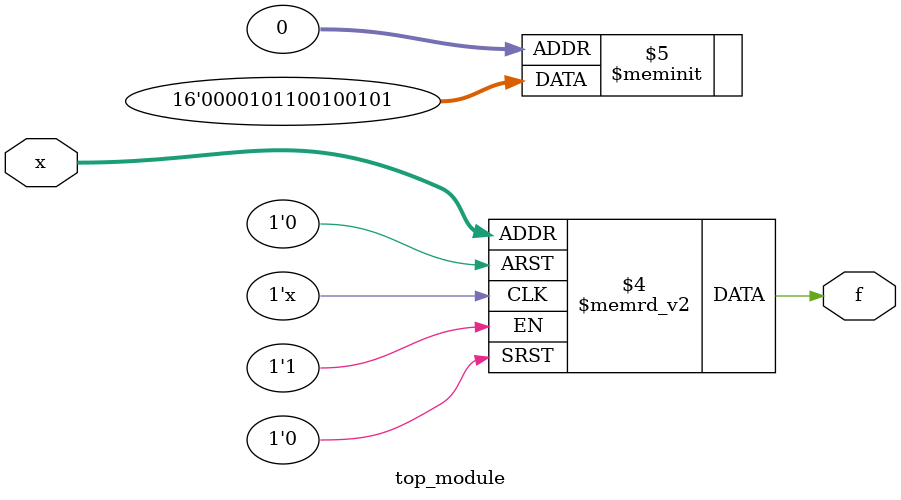
<source format=sv>
module top_module (
    input [4:1] x,
    output logic f
);

always_comb begin
    case ({x[4], x[3], x[2], x[1]})
        4'b0000: f = 1'b1;
        4'b0010: f = 1'b1;
        4'b0011: f = 1'b0;
        4'b0101: f = 1'b1;
        4'b1000: f = 1'b1;
        4'b1001: f = 1'b1;
        4'b1010: f = 1'b0;
        4'b1011: f = 1'b1;
        default: f = 1'b0;
    endcase
end

endmodule

</source>
